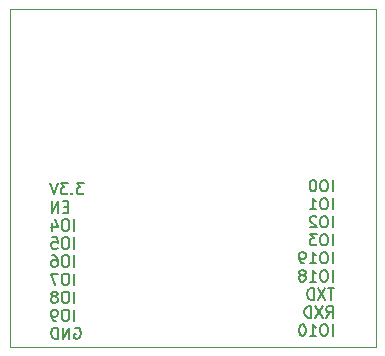
<source format=gbo>
G04 #@! TF.GenerationSoftware,KiCad,Pcbnew,8.0.4-8.0.4-0~ubuntu24.04.1*
G04 #@! TF.CreationDate,2024-08-29T21:10:08+02:00*
G04 #@! TF.ProjectId,ESP32-C3-WROOM_flexypin,45535033-322d-4433-932d-57524f4f4d5f,rev?*
G04 #@! TF.SameCoordinates,Original*
G04 #@! TF.FileFunction,Legend,Bot*
G04 #@! TF.FilePolarity,Positive*
%FSLAX46Y46*%
G04 Gerber Fmt 4.6, Leading zero omitted, Abs format (unit mm)*
G04 Created by KiCad (PCBNEW 8.0.4-8.0.4-0~ubuntu24.04.1) date 2024-08-29 21:10:08*
%MOMM*%
%LPD*%
G01*
G04 APERTURE LIST*
%ADD10C,0.200000*%
G04 #@! TA.AperFunction,Profile*
%ADD11C,0.100000*%
G04 #@! TD*
G04 APERTURE END LIST*
D10*
X138847238Y-94939715D02*
X138259143Y-94939715D01*
X138259143Y-94939715D02*
X138575810Y-95301619D01*
X138575810Y-95301619D02*
X138440095Y-95301619D01*
X138440095Y-95301619D02*
X138349619Y-95346857D01*
X138349619Y-95346857D02*
X138304381Y-95392096D01*
X138304381Y-95392096D02*
X138259143Y-95482572D01*
X138259143Y-95482572D02*
X138259143Y-95708762D01*
X138259143Y-95708762D02*
X138304381Y-95799238D01*
X138304381Y-95799238D02*
X138349619Y-95844477D01*
X138349619Y-95844477D02*
X138440095Y-95889715D01*
X138440095Y-95889715D02*
X138711524Y-95889715D01*
X138711524Y-95889715D02*
X138802000Y-95844477D01*
X138802000Y-95844477D02*
X138847238Y-95799238D01*
X137852000Y-95799238D02*
X137806762Y-95844477D01*
X137806762Y-95844477D02*
X137852000Y-95889715D01*
X137852000Y-95889715D02*
X137897238Y-95844477D01*
X137897238Y-95844477D02*
X137852000Y-95799238D01*
X137852000Y-95799238D02*
X137852000Y-95889715D01*
X137490095Y-94939715D02*
X136902000Y-94939715D01*
X136902000Y-94939715D02*
X137218667Y-95301619D01*
X137218667Y-95301619D02*
X137082952Y-95301619D01*
X137082952Y-95301619D02*
X136992476Y-95346857D01*
X136992476Y-95346857D02*
X136947238Y-95392096D01*
X136947238Y-95392096D02*
X136902000Y-95482572D01*
X136902000Y-95482572D02*
X136902000Y-95708762D01*
X136902000Y-95708762D02*
X136947238Y-95799238D01*
X136947238Y-95799238D02*
X136992476Y-95844477D01*
X136992476Y-95844477D02*
X137082952Y-95889715D01*
X137082952Y-95889715D02*
X137354381Y-95889715D01*
X137354381Y-95889715D02*
X137444857Y-95844477D01*
X137444857Y-95844477D02*
X137490095Y-95799238D01*
X136630571Y-94939715D02*
X136313905Y-95889715D01*
X136313905Y-95889715D02*
X135997238Y-94939715D01*
X137535333Y-96921543D02*
X137218666Y-96921543D01*
X137082952Y-97419162D02*
X137535333Y-97419162D01*
X137535333Y-97419162D02*
X137535333Y-96469162D01*
X137535333Y-96469162D02*
X137082952Y-96469162D01*
X136675809Y-97419162D02*
X136675809Y-96469162D01*
X136675809Y-96469162D02*
X136132952Y-97419162D01*
X136132952Y-97419162D02*
X136132952Y-96469162D01*
X138032952Y-98948609D02*
X138032952Y-97998609D01*
X137399619Y-97998609D02*
X137218666Y-97998609D01*
X137218666Y-97998609D02*
X137128190Y-98043847D01*
X137128190Y-98043847D02*
X137037714Y-98134323D01*
X137037714Y-98134323D02*
X136992476Y-98315275D01*
X136992476Y-98315275D02*
X136992476Y-98631942D01*
X136992476Y-98631942D02*
X137037714Y-98812894D01*
X137037714Y-98812894D02*
X137128190Y-98903371D01*
X137128190Y-98903371D02*
X137218666Y-98948609D01*
X137218666Y-98948609D02*
X137399619Y-98948609D01*
X137399619Y-98948609D02*
X137490095Y-98903371D01*
X137490095Y-98903371D02*
X137580571Y-98812894D01*
X137580571Y-98812894D02*
X137625809Y-98631942D01*
X137625809Y-98631942D02*
X137625809Y-98315275D01*
X137625809Y-98315275D02*
X137580571Y-98134323D01*
X137580571Y-98134323D02*
X137490095Y-98043847D01*
X137490095Y-98043847D02*
X137399619Y-97998609D01*
X136178190Y-98315275D02*
X136178190Y-98948609D01*
X136404381Y-97953371D02*
X136630571Y-98631942D01*
X136630571Y-98631942D02*
X136042476Y-98631942D01*
X138032952Y-100478056D02*
X138032952Y-99528056D01*
X137399619Y-99528056D02*
X137218666Y-99528056D01*
X137218666Y-99528056D02*
X137128190Y-99573294D01*
X137128190Y-99573294D02*
X137037714Y-99663770D01*
X137037714Y-99663770D02*
X136992476Y-99844722D01*
X136992476Y-99844722D02*
X136992476Y-100161389D01*
X136992476Y-100161389D02*
X137037714Y-100342341D01*
X137037714Y-100342341D02*
X137128190Y-100432818D01*
X137128190Y-100432818D02*
X137218666Y-100478056D01*
X137218666Y-100478056D02*
X137399619Y-100478056D01*
X137399619Y-100478056D02*
X137490095Y-100432818D01*
X137490095Y-100432818D02*
X137580571Y-100342341D01*
X137580571Y-100342341D02*
X137625809Y-100161389D01*
X137625809Y-100161389D02*
X137625809Y-99844722D01*
X137625809Y-99844722D02*
X137580571Y-99663770D01*
X137580571Y-99663770D02*
X137490095Y-99573294D01*
X137490095Y-99573294D02*
X137399619Y-99528056D01*
X136132952Y-99528056D02*
X136585333Y-99528056D01*
X136585333Y-99528056D02*
X136630571Y-99980437D01*
X136630571Y-99980437D02*
X136585333Y-99935198D01*
X136585333Y-99935198D02*
X136494857Y-99889960D01*
X136494857Y-99889960D02*
X136268666Y-99889960D01*
X136268666Y-99889960D02*
X136178190Y-99935198D01*
X136178190Y-99935198D02*
X136132952Y-99980437D01*
X136132952Y-99980437D02*
X136087714Y-100070913D01*
X136087714Y-100070913D02*
X136087714Y-100297103D01*
X136087714Y-100297103D02*
X136132952Y-100387579D01*
X136132952Y-100387579D02*
X136178190Y-100432818D01*
X136178190Y-100432818D02*
X136268666Y-100478056D01*
X136268666Y-100478056D02*
X136494857Y-100478056D01*
X136494857Y-100478056D02*
X136585333Y-100432818D01*
X136585333Y-100432818D02*
X136630571Y-100387579D01*
X138032952Y-102007503D02*
X138032952Y-101057503D01*
X137399619Y-101057503D02*
X137218666Y-101057503D01*
X137218666Y-101057503D02*
X137128190Y-101102741D01*
X137128190Y-101102741D02*
X137037714Y-101193217D01*
X137037714Y-101193217D02*
X136992476Y-101374169D01*
X136992476Y-101374169D02*
X136992476Y-101690836D01*
X136992476Y-101690836D02*
X137037714Y-101871788D01*
X137037714Y-101871788D02*
X137128190Y-101962265D01*
X137128190Y-101962265D02*
X137218666Y-102007503D01*
X137218666Y-102007503D02*
X137399619Y-102007503D01*
X137399619Y-102007503D02*
X137490095Y-101962265D01*
X137490095Y-101962265D02*
X137580571Y-101871788D01*
X137580571Y-101871788D02*
X137625809Y-101690836D01*
X137625809Y-101690836D02*
X137625809Y-101374169D01*
X137625809Y-101374169D02*
X137580571Y-101193217D01*
X137580571Y-101193217D02*
X137490095Y-101102741D01*
X137490095Y-101102741D02*
X137399619Y-101057503D01*
X136178190Y-101057503D02*
X136359143Y-101057503D01*
X136359143Y-101057503D02*
X136449619Y-101102741D01*
X136449619Y-101102741D02*
X136494857Y-101147979D01*
X136494857Y-101147979D02*
X136585333Y-101283693D01*
X136585333Y-101283693D02*
X136630571Y-101464645D01*
X136630571Y-101464645D02*
X136630571Y-101826550D01*
X136630571Y-101826550D02*
X136585333Y-101917026D01*
X136585333Y-101917026D02*
X136540095Y-101962265D01*
X136540095Y-101962265D02*
X136449619Y-102007503D01*
X136449619Y-102007503D02*
X136268666Y-102007503D01*
X136268666Y-102007503D02*
X136178190Y-101962265D01*
X136178190Y-101962265D02*
X136132952Y-101917026D01*
X136132952Y-101917026D02*
X136087714Y-101826550D01*
X136087714Y-101826550D02*
X136087714Y-101600360D01*
X136087714Y-101600360D02*
X136132952Y-101509884D01*
X136132952Y-101509884D02*
X136178190Y-101464645D01*
X136178190Y-101464645D02*
X136268666Y-101419407D01*
X136268666Y-101419407D02*
X136449619Y-101419407D01*
X136449619Y-101419407D02*
X136540095Y-101464645D01*
X136540095Y-101464645D02*
X136585333Y-101509884D01*
X136585333Y-101509884D02*
X136630571Y-101600360D01*
X138032952Y-103536950D02*
X138032952Y-102586950D01*
X137399619Y-102586950D02*
X137218666Y-102586950D01*
X137218666Y-102586950D02*
X137128190Y-102632188D01*
X137128190Y-102632188D02*
X137037714Y-102722664D01*
X137037714Y-102722664D02*
X136992476Y-102903616D01*
X136992476Y-102903616D02*
X136992476Y-103220283D01*
X136992476Y-103220283D02*
X137037714Y-103401235D01*
X137037714Y-103401235D02*
X137128190Y-103491712D01*
X137128190Y-103491712D02*
X137218666Y-103536950D01*
X137218666Y-103536950D02*
X137399619Y-103536950D01*
X137399619Y-103536950D02*
X137490095Y-103491712D01*
X137490095Y-103491712D02*
X137580571Y-103401235D01*
X137580571Y-103401235D02*
X137625809Y-103220283D01*
X137625809Y-103220283D02*
X137625809Y-102903616D01*
X137625809Y-102903616D02*
X137580571Y-102722664D01*
X137580571Y-102722664D02*
X137490095Y-102632188D01*
X137490095Y-102632188D02*
X137399619Y-102586950D01*
X136675809Y-102586950D02*
X136042476Y-102586950D01*
X136042476Y-102586950D02*
X136449619Y-103536950D01*
X138032952Y-105066397D02*
X138032952Y-104116397D01*
X137399619Y-104116397D02*
X137218666Y-104116397D01*
X137218666Y-104116397D02*
X137128190Y-104161635D01*
X137128190Y-104161635D02*
X137037714Y-104252111D01*
X137037714Y-104252111D02*
X136992476Y-104433063D01*
X136992476Y-104433063D02*
X136992476Y-104749730D01*
X136992476Y-104749730D02*
X137037714Y-104930682D01*
X137037714Y-104930682D02*
X137128190Y-105021159D01*
X137128190Y-105021159D02*
X137218666Y-105066397D01*
X137218666Y-105066397D02*
X137399619Y-105066397D01*
X137399619Y-105066397D02*
X137490095Y-105021159D01*
X137490095Y-105021159D02*
X137580571Y-104930682D01*
X137580571Y-104930682D02*
X137625809Y-104749730D01*
X137625809Y-104749730D02*
X137625809Y-104433063D01*
X137625809Y-104433063D02*
X137580571Y-104252111D01*
X137580571Y-104252111D02*
X137490095Y-104161635D01*
X137490095Y-104161635D02*
X137399619Y-104116397D01*
X136449619Y-104523539D02*
X136540095Y-104478301D01*
X136540095Y-104478301D02*
X136585333Y-104433063D01*
X136585333Y-104433063D02*
X136630571Y-104342587D01*
X136630571Y-104342587D02*
X136630571Y-104297349D01*
X136630571Y-104297349D02*
X136585333Y-104206873D01*
X136585333Y-104206873D02*
X136540095Y-104161635D01*
X136540095Y-104161635D02*
X136449619Y-104116397D01*
X136449619Y-104116397D02*
X136268666Y-104116397D01*
X136268666Y-104116397D02*
X136178190Y-104161635D01*
X136178190Y-104161635D02*
X136132952Y-104206873D01*
X136132952Y-104206873D02*
X136087714Y-104297349D01*
X136087714Y-104297349D02*
X136087714Y-104342587D01*
X136087714Y-104342587D02*
X136132952Y-104433063D01*
X136132952Y-104433063D02*
X136178190Y-104478301D01*
X136178190Y-104478301D02*
X136268666Y-104523539D01*
X136268666Y-104523539D02*
X136449619Y-104523539D01*
X136449619Y-104523539D02*
X136540095Y-104568778D01*
X136540095Y-104568778D02*
X136585333Y-104614016D01*
X136585333Y-104614016D02*
X136630571Y-104704492D01*
X136630571Y-104704492D02*
X136630571Y-104885444D01*
X136630571Y-104885444D02*
X136585333Y-104975920D01*
X136585333Y-104975920D02*
X136540095Y-105021159D01*
X136540095Y-105021159D02*
X136449619Y-105066397D01*
X136449619Y-105066397D02*
X136268666Y-105066397D01*
X136268666Y-105066397D02*
X136178190Y-105021159D01*
X136178190Y-105021159D02*
X136132952Y-104975920D01*
X136132952Y-104975920D02*
X136087714Y-104885444D01*
X136087714Y-104885444D02*
X136087714Y-104704492D01*
X136087714Y-104704492D02*
X136132952Y-104614016D01*
X136132952Y-104614016D02*
X136178190Y-104568778D01*
X136178190Y-104568778D02*
X136268666Y-104523539D01*
X138032952Y-106595844D02*
X138032952Y-105645844D01*
X137399619Y-105645844D02*
X137218666Y-105645844D01*
X137218666Y-105645844D02*
X137128190Y-105691082D01*
X137128190Y-105691082D02*
X137037714Y-105781558D01*
X137037714Y-105781558D02*
X136992476Y-105962510D01*
X136992476Y-105962510D02*
X136992476Y-106279177D01*
X136992476Y-106279177D02*
X137037714Y-106460129D01*
X137037714Y-106460129D02*
X137128190Y-106550606D01*
X137128190Y-106550606D02*
X137218666Y-106595844D01*
X137218666Y-106595844D02*
X137399619Y-106595844D01*
X137399619Y-106595844D02*
X137490095Y-106550606D01*
X137490095Y-106550606D02*
X137580571Y-106460129D01*
X137580571Y-106460129D02*
X137625809Y-106279177D01*
X137625809Y-106279177D02*
X137625809Y-105962510D01*
X137625809Y-105962510D02*
X137580571Y-105781558D01*
X137580571Y-105781558D02*
X137490095Y-105691082D01*
X137490095Y-105691082D02*
X137399619Y-105645844D01*
X136540095Y-106595844D02*
X136359143Y-106595844D01*
X136359143Y-106595844D02*
X136268666Y-106550606D01*
X136268666Y-106550606D02*
X136223428Y-106505367D01*
X136223428Y-106505367D02*
X136132952Y-106369653D01*
X136132952Y-106369653D02*
X136087714Y-106188701D01*
X136087714Y-106188701D02*
X136087714Y-105826796D01*
X136087714Y-105826796D02*
X136132952Y-105736320D01*
X136132952Y-105736320D02*
X136178190Y-105691082D01*
X136178190Y-105691082D02*
X136268666Y-105645844D01*
X136268666Y-105645844D02*
X136449619Y-105645844D01*
X136449619Y-105645844D02*
X136540095Y-105691082D01*
X136540095Y-105691082D02*
X136585333Y-105736320D01*
X136585333Y-105736320D02*
X136630571Y-105826796D01*
X136630571Y-105826796D02*
X136630571Y-106052986D01*
X136630571Y-106052986D02*
X136585333Y-106143463D01*
X136585333Y-106143463D02*
X136540095Y-106188701D01*
X136540095Y-106188701D02*
X136449619Y-106233939D01*
X136449619Y-106233939D02*
X136268666Y-106233939D01*
X136268666Y-106233939D02*
X136178190Y-106188701D01*
X136178190Y-106188701D02*
X136132952Y-106143463D01*
X136132952Y-106143463D02*
X136087714Y-106052986D01*
X138078190Y-107220529D02*
X138168666Y-107175291D01*
X138168666Y-107175291D02*
X138304380Y-107175291D01*
X138304380Y-107175291D02*
X138440095Y-107220529D01*
X138440095Y-107220529D02*
X138530571Y-107311005D01*
X138530571Y-107311005D02*
X138575809Y-107401481D01*
X138575809Y-107401481D02*
X138621047Y-107582433D01*
X138621047Y-107582433D02*
X138621047Y-107718148D01*
X138621047Y-107718148D02*
X138575809Y-107899100D01*
X138575809Y-107899100D02*
X138530571Y-107989576D01*
X138530571Y-107989576D02*
X138440095Y-108080053D01*
X138440095Y-108080053D02*
X138304380Y-108125291D01*
X138304380Y-108125291D02*
X138213904Y-108125291D01*
X138213904Y-108125291D02*
X138078190Y-108080053D01*
X138078190Y-108080053D02*
X138032952Y-108034814D01*
X138032952Y-108034814D02*
X138032952Y-107718148D01*
X138032952Y-107718148D02*
X138213904Y-107718148D01*
X137625809Y-108125291D02*
X137625809Y-107175291D01*
X137625809Y-107175291D02*
X137082952Y-108125291D01*
X137082952Y-108125291D02*
X137082952Y-107175291D01*
X136630571Y-108125291D02*
X136630571Y-107175291D01*
X136630571Y-107175291D02*
X136404381Y-107175291D01*
X136404381Y-107175291D02*
X136268666Y-107220529D01*
X136268666Y-107220529D02*
X136178190Y-107311005D01*
X136178190Y-107311005D02*
X136132952Y-107401481D01*
X136132952Y-107401481D02*
X136087714Y-107582433D01*
X136087714Y-107582433D02*
X136087714Y-107718148D01*
X136087714Y-107718148D02*
X136132952Y-107899100D01*
X136132952Y-107899100D02*
X136178190Y-107989576D01*
X136178190Y-107989576D02*
X136268666Y-108080053D01*
X136268666Y-108080053D02*
X136404381Y-108125291D01*
X136404381Y-108125291D02*
X136630571Y-108125291D01*
X159934009Y-95614198D02*
X159934009Y-94664198D01*
X159300676Y-94664198D02*
X159119723Y-94664198D01*
X159119723Y-94664198D02*
X159029247Y-94709436D01*
X159029247Y-94709436D02*
X158938771Y-94799912D01*
X158938771Y-94799912D02*
X158893533Y-94980864D01*
X158893533Y-94980864D02*
X158893533Y-95297531D01*
X158893533Y-95297531D02*
X158938771Y-95478483D01*
X158938771Y-95478483D02*
X159029247Y-95568960D01*
X159029247Y-95568960D02*
X159119723Y-95614198D01*
X159119723Y-95614198D02*
X159300676Y-95614198D01*
X159300676Y-95614198D02*
X159391152Y-95568960D01*
X159391152Y-95568960D02*
X159481628Y-95478483D01*
X159481628Y-95478483D02*
X159526866Y-95297531D01*
X159526866Y-95297531D02*
X159526866Y-94980864D01*
X159526866Y-94980864D02*
X159481628Y-94799912D01*
X159481628Y-94799912D02*
X159391152Y-94709436D01*
X159391152Y-94709436D02*
X159300676Y-94664198D01*
X158305438Y-94664198D02*
X158214961Y-94664198D01*
X158214961Y-94664198D02*
X158124485Y-94709436D01*
X158124485Y-94709436D02*
X158079247Y-94754674D01*
X158079247Y-94754674D02*
X158034009Y-94845150D01*
X158034009Y-94845150D02*
X157988771Y-95026102D01*
X157988771Y-95026102D02*
X157988771Y-95252293D01*
X157988771Y-95252293D02*
X158034009Y-95433245D01*
X158034009Y-95433245D02*
X158079247Y-95523721D01*
X158079247Y-95523721D02*
X158124485Y-95568960D01*
X158124485Y-95568960D02*
X158214961Y-95614198D01*
X158214961Y-95614198D02*
X158305438Y-95614198D01*
X158305438Y-95614198D02*
X158395914Y-95568960D01*
X158395914Y-95568960D02*
X158441152Y-95523721D01*
X158441152Y-95523721D02*
X158486390Y-95433245D01*
X158486390Y-95433245D02*
X158531628Y-95252293D01*
X158531628Y-95252293D02*
X158531628Y-95026102D01*
X158531628Y-95026102D02*
X158486390Y-94845150D01*
X158486390Y-94845150D02*
X158441152Y-94754674D01*
X158441152Y-94754674D02*
X158395914Y-94709436D01*
X158395914Y-94709436D02*
X158305438Y-94664198D01*
X159934009Y-97143645D02*
X159934009Y-96193645D01*
X159300676Y-96193645D02*
X159119723Y-96193645D01*
X159119723Y-96193645D02*
X159029247Y-96238883D01*
X159029247Y-96238883D02*
X158938771Y-96329359D01*
X158938771Y-96329359D02*
X158893533Y-96510311D01*
X158893533Y-96510311D02*
X158893533Y-96826978D01*
X158893533Y-96826978D02*
X158938771Y-97007930D01*
X158938771Y-97007930D02*
X159029247Y-97098407D01*
X159029247Y-97098407D02*
X159119723Y-97143645D01*
X159119723Y-97143645D02*
X159300676Y-97143645D01*
X159300676Y-97143645D02*
X159391152Y-97098407D01*
X159391152Y-97098407D02*
X159481628Y-97007930D01*
X159481628Y-97007930D02*
X159526866Y-96826978D01*
X159526866Y-96826978D02*
X159526866Y-96510311D01*
X159526866Y-96510311D02*
X159481628Y-96329359D01*
X159481628Y-96329359D02*
X159391152Y-96238883D01*
X159391152Y-96238883D02*
X159300676Y-96193645D01*
X157988771Y-97143645D02*
X158531628Y-97143645D01*
X158260200Y-97143645D02*
X158260200Y-96193645D01*
X158260200Y-96193645D02*
X158350676Y-96329359D01*
X158350676Y-96329359D02*
X158441152Y-96419835D01*
X158441152Y-96419835D02*
X158531628Y-96465073D01*
X159934009Y-98673092D02*
X159934009Y-97723092D01*
X159300676Y-97723092D02*
X159119723Y-97723092D01*
X159119723Y-97723092D02*
X159029247Y-97768330D01*
X159029247Y-97768330D02*
X158938771Y-97858806D01*
X158938771Y-97858806D02*
X158893533Y-98039758D01*
X158893533Y-98039758D02*
X158893533Y-98356425D01*
X158893533Y-98356425D02*
X158938771Y-98537377D01*
X158938771Y-98537377D02*
X159029247Y-98627854D01*
X159029247Y-98627854D02*
X159119723Y-98673092D01*
X159119723Y-98673092D02*
X159300676Y-98673092D01*
X159300676Y-98673092D02*
X159391152Y-98627854D01*
X159391152Y-98627854D02*
X159481628Y-98537377D01*
X159481628Y-98537377D02*
X159526866Y-98356425D01*
X159526866Y-98356425D02*
X159526866Y-98039758D01*
X159526866Y-98039758D02*
X159481628Y-97858806D01*
X159481628Y-97858806D02*
X159391152Y-97768330D01*
X159391152Y-97768330D02*
X159300676Y-97723092D01*
X158531628Y-97813568D02*
X158486390Y-97768330D01*
X158486390Y-97768330D02*
X158395914Y-97723092D01*
X158395914Y-97723092D02*
X158169723Y-97723092D01*
X158169723Y-97723092D02*
X158079247Y-97768330D01*
X158079247Y-97768330D02*
X158034009Y-97813568D01*
X158034009Y-97813568D02*
X157988771Y-97904044D01*
X157988771Y-97904044D02*
X157988771Y-97994520D01*
X157988771Y-97994520D02*
X158034009Y-98130234D01*
X158034009Y-98130234D02*
X158576866Y-98673092D01*
X158576866Y-98673092D02*
X157988771Y-98673092D01*
X159934009Y-100202539D02*
X159934009Y-99252539D01*
X159300676Y-99252539D02*
X159119723Y-99252539D01*
X159119723Y-99252539D02*
X159029247Y-99297777D01*
X159029247Y-99297777D02*
X158938771Y-99388253D01*
X158938771Y-99388253D02*
X158893533Y-99569205D01*
X158893533Y-99569205D02*
X158893533Y-99885872D01*
X158893533Y-99885872D02*
X158938771Y-100066824D01*
X158938771Y-100066824D02*
X159029247Y-100157301D01*
X159029247Y-100157301D02*
X159119723Y-100202539D01*
X159119723Y-100202539D02*
X159300676Y-100202539D01*
X159300676Y-100202539D02*
X159391152Y-100157301D01*
X159391152Y-100157301D02*
X159481628Y-100066824D01*
X159481628Y-100066824D02*
X159526866Y-99885872D01*
X159526866Y-99885872D02*
X159526866Y-99569205D01*
X159526866Y-99569205D02*
X159481628Y-99388253D01*
X159481628Y-99388253D02*
X159391152Y-99297777D01*
X159391152Y-99297777D02*
X159300676Y-99252539D01*
X158576866Y-99252539D02*
X157988771Y-99252539D01*
X157988771Y-99252539D02*
X158305438Y-99614443D01*
X158305438Y-99614443D02*
X158169723Y-99614443D01*
X158169723Y-99614443D02*
X158079247Y-99659681D01*
X158079247Y-99659681D02*
X158034009Y-99704920D01*
X158034009Y-99704920D02*
X157988771Y-99795396D01*
X157988771Y-99795396D02*
X157988771Y-100021586D01*
X157988771Y-100021586D02*
X158034009Y-100112062D01*
X158034009Y-100112062D02*
X158079247Y-100157301D01*
X158079247Y-100157301D02*
X158169723Y-100202539D01*
X158169723Y-100202539D02*
X158441152Y-100202539D01*
X158441152Y-100202539D02*
X158531628Y-100157301D01*
X158531628Y-100157301D02*
X158576866Y-100112062D01*
X159934009Y-101731986D02*
X159934009Y-100781986D01*
X159300676Y-100781986D02*
X159119723Y-100781986D01*
X159119723Y-100781986D02*
X159029247Y-100827224D01*
X159029247Y-100827224D02*
X158938771Y-100917700D01*
X158938771Y-100917700D02*
X158893533Y-101098652D01*
X158893533Y-101098652D02*
X158893533Y-101415319D01*
X158893533Y-101415319D02*
X158938771Y-101596271D01*
X158938771Y-101596271D02*
X159029247Y-101686748D01*
X159029247Y-101686748D02*
X159119723Y-101731986D01*
X159119723Y-101731986D02*
X159300676Y-101731986D01*
X159300676Y-101731986D02*
X159391152Y-101686748D01*
X159391152Y-101686748D02*
X159481628Y-101596271D01*
X159481628Y-101596271D02*
X159526866Y-101415319D01*
X159526866Y-101415319D02*
X159526866Y-101098652D01*
X159526866Y-101098652D02*
X159481628Y-100917700D01*
X159481628Y-100917700D02*
X159391152Y-100827224D01*
X159391152Y-100827224D02*
X159300676Y-100781986D01*
X157988771Y-101731986D02*
X158531628Y-101731986D01*
X158260200Y-101731986D02*
X158260200Y-100781986D01*
X158260200Y-100781986D02*
X158350676Y-100917700D01*
X158350676Y-100917700D02*
X158441152Y-101008176D01*
X158441152Y-101008176D02*
X158531628Y-101053414D01*
X157536390Y-101731986D02*
X157355438Y-101731986D01*
X157355438Y-101731986D02*
X157264961Y-101686748D01*
X157264961Y-101686748D02*
X157219723Y-101641509D01*
X157219723Y-101641509D02*
X157129247Y-101505795D01*
X157129247Y-101505795D02*
X157084009Y-101324843D01*
X157084009Y-101324843D02*
X157084009Y-100962938D01*
X157084009Y-100962938D02*
X157129247Y-100872462D01*
X157129247Y-100872462D02*
X157174485Y-100827224D01*
X157174485Y-100827224D02*
X157264961Y-100781986D01*
X157264961Y-100781986D02*
X157445914Y-100781986D01*
X157445914Y-100781986D02*
X157536390Y-100827224D01*
X157536390Y-100827224D02*
X157581628Y-100872462D01*
X157581628Y-100872462D02*
X157626866Y-100962938D01*
X157626866Y-100962938D02*
X157626866Y-101189128D01*
X157626866Y-101189128D02*
X157581628Y-101279605D01*
X157581628Y-101279605D02*
X157536390Y-101324843D01*
X157536390Y-101324843D02*
X157445914Y-101370081D01*
X157445914Y-101370081D02*
X157264961Y-101370081D01*
X157264961Y-101370081D02*
X157174485Y-101324843D01*
X157174485Y-101324843D02*
X157129247Y-101279605D01*
X157129247Y-101279605D02*
X157084009Y-101189128D01*
X159934009Y-103261433D02*
X159934009Y-102311433D01*
X159300676Y-102311433D02*
X159119723Y-102311433D01*
X159119723Y-102311433D02*
X159029247Y-102356671D01*
X159029247Y-102356671D02*
X158938771Y-102447147D01*
X158938771Y-102447147D02*
X158893533Y-102628099D01*
X158893533Y-102628099D02*
X158893533Y-102944766D01*
X158893533Y-102944766D02*
X158938771Y-103125718D01*
X158938771Y-103125718D02*
X159029247Y-103216195D01*
X159029247Y-103216195D02*
X159119723Y-103261433D01*
X159119723Y-103261433D02*
X159300676Y-103261433D01*
X159300676Y-103261433D02*
X159391152Y-103216195D01*
X159391152Y-103216195D02*
X159481628Y-103125718D01*
X159481628Y-103125718D02*
X159526866Y-102944766D01*
X159526866Y-102944766D02*
X159526866Y-102628099D01*
X159526866Y-102628099D02*
X159481628Y-102447147D01*
X159481628Y-102447147D02*
X159391152Y-102356671D01*
X159391152Y-102356671D02*
X159300676Y-102311433D01*
X157988771Y-103261433D02*
X158531628Y-103261433D01*
X158260200Y-103261433D02*
X158260200Y-102311433D01*
X158260200Y-102311433D02*
X158350676Y-102447147D01*
X158350676Y-102447147D02*
X158441152Y-102537623D01*
X158441152Y-102537623D02*
X158531628Y-102582861D01*
X157445914Y-102718575D02*
X157536390Y-102673337D01*
X157536390Y-102673337D02*
X157581628Y-102628099D01*
X157581628Y-102628099D02*
X157626866Y-102537623D01*
X157626866Y-102537623D02*
X157626866Y-102492385D01*
X157626866Y-102492385D02*
X157581628Y-102401909D01*
X157581628Y-102401909D02*
X157536390Y-102356671D01*
X157536390Y-102356671D02*
X157445914Y-102311433D01*
X157445914Y-102311433D02*
X157264961Y-102311433D01*
X157264961Y-102311433D02*
X157174485Y-102356671D01*
X157174485Y-102356671D02*
X157129247Y-102401909D01*
X157129247Y-102401909D02*
X157084009Y-102492385D01*
X157084009Y-102492385D02*
X157084009Y-102537623D01*
X157084009Y-102537623D02*
X157129247Y-102628099D01*
X157129247Y-102628099D02*
X157174485Y-102673337D01*
X157174485Y-102673337D02*
X157264961Y-102718575D01*
X157264961Y-102718575D02*
X157445914Y-102718575D01*
X157445914Y-102718575D02*
X157536390Y-102763814D01*
X157536390Y-102763814D02*
X157581628Y-102809052D01*
X157581628Y-102809052D02*
X157626866Y-102899528D01*
X157626866Y-102899528D02*
X157626866Y-103080480D01*
X157626866Y-103080480D02*
X157581628Y-103170956D01*
X157581628Y-103170956D02*
X157536390Y-103216195D01*
X157536390Y-103216195D02*
X157445914Y-103261433D01*
X157445914Y-103261433D02*
X157264961Y-103261433D01*
X157264961Y-103261433D02*
X157174485Y-103216195D01*
X157174485Y-103216195D02*
X157129247Y-103170956D01*
X157129247Y-103170956D02*
X157084009Y-103080480D01*
X157084009Y-103080480D02*
X157084009Y-102899528D01*
X157084009Y-102899528D02*
X157129247Y-102809052D01*
X157129247Y-102809052D02*
X157174485Y-102763814D01*
X157174485Y-102763814D02*
X157264961Y-102718575D01*
X160069723Y-103840880D02*
X159526866Y-103840880D01*
X159798295Y-104790880D02*
X159798295Y-103840880D01*
X159300675Y-103840880D02*
X158667342Y-104790880D01*
X158667342Y-103840880D02*
X159300675Y-104790880D01*
X158305437Y-104790880D02*
X158305437Y-103840880D01*
X158305437Y-103840880D02*
X158079247Y-103840880D01*
X158079247Y-103840880D02*
X157943532Y-103886118D01*
X157943532Y-103886118D02*
X157853056Y-103976594D01*
X157853056Y-103976594D02*
X157807818Y-104067070D01*
X157807818Y-104067070D02*
X157762580Y-104248022D01*
X157762580Y-104248022D02*
X157762580Y-104383737D01*
X157762580Y-104383737D02*
X157807818Y-104564689D01*
X157807818Y-104564689D02*
X157853056Y-104655165D01*
X157853056Y-104655165D02*
X157943532Y-104745642D01*
X157943532Y-104745642D02*
X158079247Y-104790880D01*
X158079247Y-104790880D02*
X158305437Y-104790880D01*
X159391152Y-106320327D02*
X159707819Y-105867946D01*
X159934009Y-106320327D02*
X159934009Y-105370327D01*
X159934009Y-105370327D02*
X159572104Y-105370327D01*
X159572104Y-105370327D02*
X159481628Y-105415565D01*
X159481628Y-105415565D02*
X159436390Y-105460803D01*
X159436390Y-105460803D02*
X159391152Y-105551279D01*
X159391152Y-105551279D02*
X159391152Y-105686993D01*
X159391152Y-105686993D02*
X159436390Y-105777469D01*
X159436390Y-105777469D02*
X159481628Y-105822708D01*
X159481628Y-105822708D02*
X159572104Y-105867946D01*
X159572104Y-105867946D02*
X159934009Y-105867946D01*
X159074485Y-105370327D02*
X158441152Y-106320327D01*
X158441152Y-105370327D02*
X159074485Y-106320327D01*
X158079247Y-106320327D02*
X158079247Y-105370327D01*
X158079247Y-105370327D02*
X157853057Y-105370327D01*
X157853057Y-105370327D02*
X157717342Y-105415565D01*
X157717342Y-105415565D02*
X157626866Y-105506041D01*
X157626866Y-105506041D02*
X157581628Y-105596517D01*
X157581628Y-105596517D02*
X157536390Y-105777469D01*
X157536390Y-105777469D02*
X157536390Y-105913184D01*
X157536390Y-105913184D02*
X157581628Y-106094136D01*
X157581628Y-106094136D02*
X157626866Y-106184612D01*
X157626866Y-106184612D02*
X157717342Y-106275089D01*
X157717342Y-106275089D02*
X157853057Y-106320327D01*
X157853057Y-106320327D02*
X158079247Y-106320327D01*
X159934009Y-107849774D02*
X159934009Y-106899774D01*
X159300676Y-106899774D02*
X159119723Y-106899774D01*
X159119723Y-106899774D02*
X159029247Y-106945012D01*
X159029247Y-106945012D02*
X158938771Y-107035488D01*
X158938771Y-107035488D02*
X158893533Y-107216440D01*
X158893533Y-107216440D02*
X158893533Y-107533107D01*
X158893533Y-107533107D02*
X158938771Y-107714059D01*
X158938771Y-107714059D02*
X159029247Y-107804536D01*
X159029247Y-107804536D02*
X159119723Y-107849774D01*
X159119723Y-107849774D02*
X159300676Y-107849774D01*
X159300676Y-107849774D02*
X159391152Y-107804536D01*
X159391152Y-107804536D02*
X159481628Y-107714059D01*
X159481628Y-107714059D02*
X159526866Y-107533107D01*
X159526866Y-107533107D02*
X159526866Y-107216440D01*
X159526866Y-107216440D02*
X159481628Y-107035488D01*
X159481628Y-107035488D02*
X159391152Y-106945012D01*
X159391152Y-106945012D02*
X159300676Y-106899774D01*
X157988771Y-107849774D02*
X158531628Y-107849774D01*
X158260200Y-107849774D02*
X158260200Y-106899774D01*
X158260200Y-106899774D02*
X158350676Y-107035488D01*
X158350676Y-107035488D02*
X158441152Y-107125964D01*
X158441152Y-107125964D02*
X158531628Y-107171202D01*
X157400676Y-106899774D02*
X157310199Y-106899774D01*
X157310199Y-106899774D02*
X157219723Y-106945012D01*
X157219723Y-106945012D02*
X157174485Y-106990250D01*
X157174485Y-106990250D02*
X157129247Y-107080726D01*
X157129247Y-107080726D02*
X157084009Y-107261678D01*
X157084009Y-107261678D02*
X157084009Y-107487869D01*
X157084009Y-107487869D02*
X157129247Y-107668821D01*
X157129247Y-107668821D02*
X157174485Y-107759297D01*
X157174485Y-107759297D02*
X157219723Y-107804536D01*
X157219723Y-107804536D02*
X157310199Y-107849774D01*
X157310199Y-107849774D02*
X157400676Y-107849774D01*
X157400676Y-107849774D02*
X157491152Y-107804536D01*
X157491152Y-107804536D02*
X157536390Y-107759297D01*
X157536390Y-107759297D02*
X157581628Y-107668821D01*
X157581628Y-107668821D02*
X157626866Y-107487869D01*
X157626866Y-107487869D02*
X157626866Y-107261678D01*
X157626866Y-107261678D02*
X157581628Y-107080726D01*
X157581628Y-107080726D02*
X157536390Y-106990250D01*
X157536390Y-106990250D02*
X157491152Y-106945012D01*
X157491152Y-106945012D02*
X157400676Y-106899774D01*
D11*
X132588000Y-80200000D02*
X163576000Y-80200000D01*
X163576000Y-108800000D02*
X132588000Y-108800000D01*
X163576000Y-80200000D02*
X163576000Y-108800000D01*
X132588000Y-108800000D02*
X132588000Y-80200000D01*
M02*

</source>
